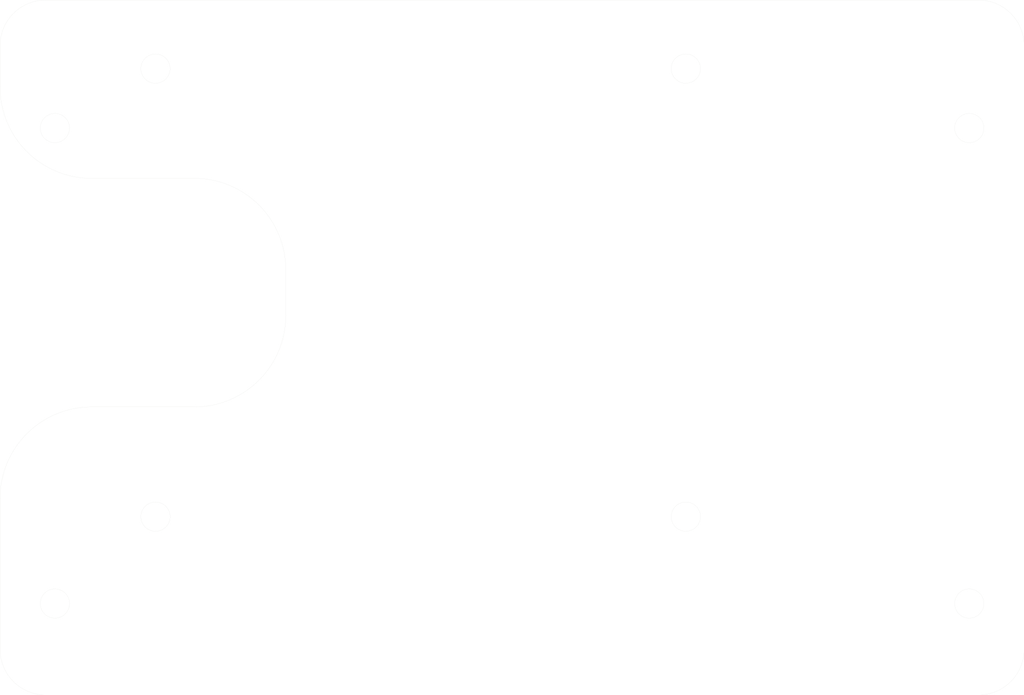
<source format=kicad_pcb>
(kicad_pcb (version 20221018) (generator pcbnew)

  (general
    (thickness 1.6)
  )

  (paper "A3")
  (layers
    (0 "F.Cu" signal)
    (31 "B.Cu" signal)
    (32 "B.Adhes" user "B.Adhesive")
    (33 "F.Adhes" user "F.Adhesive")
    (34 "B.Paste" user)
    (35 "F.Paste" user)
    (36 "B.SilkS" user "B.Silkscreen")
    (37 "F.SilkS" user "F.Silkscreen")
    (38 "B.Mask" user)
    (39 "F.Mask" user)
    (40 "Dwgs.User" user "User.Drawings")
    (41 "Cmts.User" user "User.Comments")
    (42 "Eco1.User" user "User.Eco1")
    (43 "Eco2.User" user "User.Eco2")
    (44 "Edge.Cuts" user)
    (45 "Margin" user)
    (46 "B.CrtYd" user "B.Courtyard")
    (47 "F.CrtYd" user "F.Courtyard")
    (48 "B.Fab" user)
    (49 "F.Fab" user)
    (50 "User.1" user)
    (51 "User.2" user)
    (52 "User.3" user)
    (53 "User.4" user)
    (54 "User.5" user)
    (55 "User.6" user)
    (56 "User.7" user)
    (57 "User.8" user)
    (58 "User.9" user)
  )

  (setup
    (stackup
      (layer "F.SilkS" (type "Top Silk Screen"))
      (layer "F.Paste" (type "Top Solder Paste"))
      (layer "F.Mask" (type "Top Solder Mask") (thickness 0.01))
      (layer "F.Cu" (type "copper") (thickness 0.035))
      (layer "dielectric 1" (type "core") (thickness 1.51) (material "FR4") (epsilon_r 4.5) (loss_tangent 0.02))
      (layer "B.Cu" (type "copper") (thickness 0.035))
      (layer "B.Mask" (type "Bottom Solder Mask") (thickness 0.01))
      (layer "B.Paste" (type "Bottom Solder Paste"))
      (layer "B.SilkS" (type "Bottom Silk Screen"))
      (copper_finish "None")
      (dielectric_constraints no)
    )
    (pad_to_mask_clearance 0)
    (aux_axis_origin 150 150)
    (pcbplotparams
      (layerselection 0x00010fc_ffffffff)
      (plot_on_all_layers_selection 0x0000000_00000000)
      (disableapertmacros false)
      (usegerberextensions false)
      (usegerberattributes true)
      (usegerberadvancedattributes true)
      (creategerberjobfile true)
      (dashed_line_dash_ratio 12.000000)
      (dashed_line_gap_ratio 3.000000)
      (svgprecision 6)
      (plotframeref false)
      (viasonmask false)
      (mode 1)
      (useauxorigin false)
      (hpglpennumber 1)
      (hpglpenspeed 20)
      (hpglpendiameter 15.000000)
      (dxfpolygonmode true)
      (dxfimperialunits true)
      (dxfusepcbnewfont true)
      (psnegative false)
      (psa4output false)
      (plotreference true)
      (plotvalue true)
      (plotinvisibletext false)
      (sketchpadsonfab false)
      (subtractmaskfromsilk false)
      (outputformat 1)
      (mirror false)
      (drillshape 0)
      (scaleselection 1)
      (outputdirectory "MFR/")
    )
  )

  (net 0 "")

  (gr_circle (center 167.500238 174.00001) (end 169.100238 174.00001)
    (stroke (width 0.01) (type solid)) (fill none) (layer "Edge.Cuts") (tstamp 018886fb-b716-4879-8e5b-8faecd89b210))
  (gr_line (start 102.5 137.000123) (end 113.750119 137.000123)
    (stroke (width 0.01) (type solid)) (layer "Edge.Cuts") (tstamp 1099dd88-91d0-4efc-81e5-7e8639b84aa9))
  (gr_arc (start 199.5 117.5) (mid 203.035533 118.964467) (end 204.5 122.5)
    (stroke (width 0.01) (type solid)) (layer "Edge.Cuts") (tstamp 23562e73-2541-4c02-9ca7-5c1f4560fdc8))
  (gr_circle (center 198.500244 183.50001) (end 200.100244 183.50001)
    (stroke (width 0.01) (type solid)) (fill none) (layer "Edge.Cuts") (tstamp 2773c622-2ea0-41aa-98d7-be5993c49ecf))
  (gr_arc (start 92.5 172.000123) (mid 95.428932 164.929055) (end 102.5 162.000123)
    (stroke (width 0.01) (type solid)) (layer "Edge.Cuts") (tstamp 30da704a-7680-4971-968d-4ca178dbc40e))
  (gr_arc (start 97.5 193.500011) (mid 93.964466 192.035545) (end 92.5 188.500011)
    (stroke (width 0.01) (type solid)) (layer "Edge.Cuts") (tstamp 3aac8d44-beb4-430c-b3b1-c49f8ef7d582))
  (gr_line (start 92.5 122.5) (end 92.5 127.000123)
    (stroke (width 0.01) (type solid)) (layer "Edge.Cuts") (tstamp 4ff0a09b-5ba3-436d-8b69-72ea81f30dfe))
  (gr_arc (start 92.5 122.5) (mid 93.964466 118.964466) (end 97.5 117.5)
    (stroke (width 0.01) (type solid)) (layer "Edge.Cuts") (tstamp 54b340bd-ec42-4ac4-a52d-24dc545e912e))
  (gr_circle (center 167.500238 125.00001) (end 169.100238 125.00001)
    (stroke (width 0.01) (type solid)) (fill none) (layer "Edge.Cuts") (tstamp 6c33500a-8b9b-438a-bb3f-7b9032393207))
  (gr_circle (center 98.499751 183.500005) (end 100.099751 183.500005)
    (stroke (width 0.01) (type solid)) (fill none) (layer "Edge.Cuts") (tstamp 6db244cb-6bb6-480c-9966-5077e9dfb4c2))
  (gr_circle (center 109.500238 174.00001) (end 111.100238 174.00001)
    (stroke (width 0.01) (type solid)) (fill none) (layer "Edge.Cuts") (tstamp 96c03eb4-8889-4101-8e3b-19ae81f06fe6))
  (gr_circle (center 98.499755 131.500004) (end 100.099755 131.500004)
    (stroke (width 0.01) (type solid)) (fill none) (layer "Edge.Cuts") (tstamp b53c3a9d-81a0-46f6-94b6-0b100aef64d5))
  (gr_circle (center 109.500238 125.00001) (end 111.100238 125.00001)
    (stroke (width 0.01) (type solid)) (fill none) (layer "Edge.Cuts") (tstamp b5967a39-aead-4702-882f-7bf1674db890))
  (gr_arc (start 123.750119 152.000123) (mid 120.821187 159.071191) (end 113.750119 162.000123)
    (stroke (width 0.01) (type solid)) (layer "Edge.Cuts") (tstamp bb1c1f99-4925-465c-8329-baa796ef1147))
  (gr_arc (start 204.5 188.500011) (mid 203.035534 192.035545) (end 199.5 193.500011)
    (stroke (width 0.01) (type solid)) (layer "Edge.Cuts") (tstamp bbefa635-63f8-4e3b-80ea-cb3ce18b3243))
  (gr_circle (center 198.500244 131.500009) (end 200.100244 131.500009)
    (stroke (width 0.01) (type solid)) (fill none) (layer "Edge.Cuts") (tstamp c611f7e7-15e2-4ffc-a533-37da6f35b417))
  (gr_line (start 199.5 117.5) (end 97.5 117.5)
    (stroke (width 0.01) (type solid)) (layer "Edge.Cuts") (tstamp c614e730-c259-4a45-a719-f0257e70c60d))
  (gr_line (start 204.5 188.500011) (end 204.5 122.5)
    (stroke (width 0.01) (type solid)) (layer "Edge.Cuts") (tstamp cdb04b2c-fb04-444f-9f2d-953257dedc6c))
  (gr_line (start 97.5 193.500011) (end 199.5 193.500011)
    (stroke (width 0.01) (type solid)) (layer "Edge.Cuts") (tstamp d374e1f1-7849-43ed-b716-4bc1710e180a))
  (gr_line (start 92.5 172.000123) (end 92.5 188.500011)
    (stroke (width 0.01) (type solid)) (layer "Edge.Cuts") (tstamp d3e9f906-4e52-433a-ac5c-afd019e42ddd))
  (gr_arc (start 102.5 137.000123) (mid 95.428932 134.071191) (end 92.5 127.000123)
    (stroke (width 0.01) (type solid)) (layer "Edge.Cuts") (tstamp d84619fd-de3a-4776-b825-cec2230a0baa))
  (gr_line (start 113.750119 162.000123) (end 102.5 162.000123)
    (stroke (width 0.01) (type solid)) (layer "Edge.Cuts") (tstamp e297151e-6b91-4ef7-ba2a-fd2396e59f80))
  (gr_arc (start 113.750119 137.000123) (mid 120.821187 139.929055) (end 123.750119 147.000123)
    (stroke (width 0.01) (type solid)) (layer "Edge.Cuts") (tstamp e701e1db-6b8d-4cc8-a9e9-6174ccb11bd4))
  (gr_line (start 123.750119 147.000123) (end 123.750119 152.000123)
    (stroke (width 0.01) (type solid)) (layer "Edge.Cuts") (tstamp f1573e19-6d78-4ebe-84e9-38cebcd1b2f2))

  (group "" (id e6065b26-124d-4631-bb87-55478c45281a)
    (members
      018886fb-b716-4879-8e5b-8faecd89b210
      1099dd88-91d0-4efc-81e5-7e8639b84aa9
      23562e73-2541-4c02-9ca7-5c1f4560fdc8
      2773c622-2ea0-41aa-98d7-be5993c49ecf
      30da704a-7680-4971-968d-4ca178dbc40e
      3aac8d44-beb4-430c-b3b1-c49f8ef7d582
      4ff0a09b-5ba3-436d-8b69-72ea81f30dfe
      54b340bd-ec42-4ac4-a52d-24dc545e912e
      6c33500a-8b9b-438a-bb3f-7b9032393207
      6db244cb-6bb6-480c-9966-5077e9dfb4c2
      96c03eb4-8889-4101-8e3b-19ae81f06fe6
      b53c3a9d-81a0-46f6-94b6-0b100aef64d5
      b5967a39-aead-4702-882f-7bf1674db890
      bb1c1f99-4925-465c-8329-baa796ef1147
      bbefa635-63f8-4e3b-80ea-cb3ce18b3243
      c611f7e7-15e2-4ffc-a533-37da6f35b417
      c614e730-c259-4a45-a719-f0257e70c60d
      cdb04b2c-fb04-444f-9f2d-953257dedc6c
      d374e1f1-7849-43ed-b716-4bc1710e180a
      d3e9f906-4e52-433a-ac5c-afd019e42ddd
      d84619fd-de3a-4776-b825-cec2230a0baa
      e297151e-6b91-4ef7-ba2a-fd2396e59f80
      e701e1db-6b8d-4cc8-a9e9-6174ccb11bd4
      f1573e19-6d78-4ebe-84e9-38cebcd1b2f2
    )
  )
)

</source>
